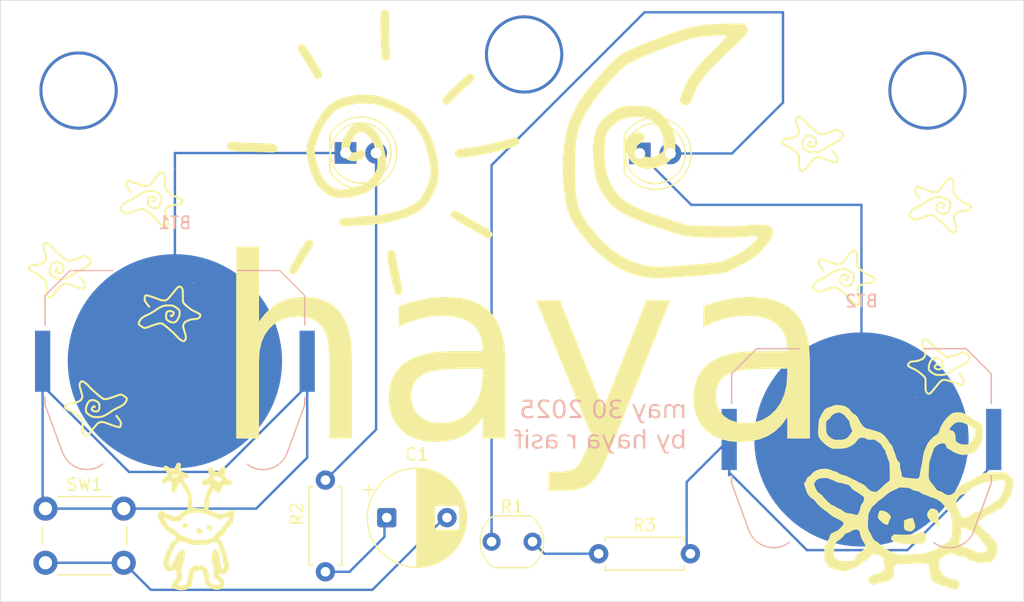
<source format=kicad_pcb>
(kicad_pcb (version 20241229) (generator "pcbnew") (generator_version "9.0")
  (layers (0 "F.Cu" signal) (2 "B.Cu" signal) (13 "F.Paste" user) (15 "B.Paste" user) (5 "F.SilkS" user "F.Silkscreen") (7 "B.SilkS" user "B.Silkscreen") (1 "F.Mask" user) (3 "B.Mask" user) (25 "Edge.Cuts" user))
  (net 0 "")
  (net 1 "Net-(BT1-+)")
  (net 2 "Net-(BT1--)")
  (net 3 "Net-(BT2-+)")
  (net 4 "Net-(BT2--)")
  (net 5 "Net-(C1-Pad1)")
  (net 6 "Net-(C1-Pad2)")
  (net 7 "Net-(D1-A)")
  (net 8 "Net-(D2-A)")
  (net 9 "Net-(R1-Pad2)")
  (footprint "LED_THT:LED_D5.0mm" (layer "F.Cu") (at 148.170062 90.691458)
    (property "Reference" "D1" (hide yes))
    (property "Value" "LED" (hide yes))
    (pad "1" thru_hole rect (at 0 0) (size 1.8 1.8) (drill 0.9) (layers "*.Cu" "*.Mask") (net 2 "Net-(BT1--)"))
    (pad "2" thru_hole circle (at 2.54 0) (size 1.8 1.8) (drill 0.9) (layers "*.Cu" "*.Mask") (net 7 "Net-(D1-A)"))
  )
  (footprint "Resistor_THT:R_Axial_DIN0207_L6.3mm_D2.5mm_P7.62mm_Horizontal" (layer "F.Cu") (at 146.5 125.5 90)
    (property "Reference" "R2" (at 4.81 -2.37 90) (layer "F.SilkS"))
    (property "Value" "R")
    (pad "1" thru_hole circle (at 0 0 90) (size 1.6 1.6) (drill 0.8) (layers "*.Cu" "*.Mask") (net 6 "Net-(C1-Pad2)"))
    (pad "2" thru_hole circle (at 7.62 0 90) (size 1.6 1.6) (drill 0.8) (layers "*.Cu" "*.Mask") (net 7 "Net-(D1-A)"))
  )
  (footprint "LOGO" (layer "F.Cu") (at 133.5 104)
    (property "Reference" "G***" (hide yes))
    (property "Value" "LOGO" (hide yes))
  )
  (footprint "LOGO" (layer "F.Cu") (at 174.5 91)
    (property "Reference" "G***" (hide yes))
    (property "Value" "LOGO" (hide yes))
  )
  (footprint "Button_Switch_THT:SW_PUSH_6mm" (layer "F.Cu") (at 123.25 120.25)
    (property "Reference" "SW1" (at 3.25 -2 0) (layer "F.SilkS"))
    (property "Value" "SW_Push")
    (pad "1" thru_hole circle (at 0 0 90) (size 2 2) (drill 1.1) (layers "*.Cu" "*.Mask") (net 1 "Net-(BT1-+)"))
    (pad "1" thru_hole circle (at 6.5 0 90) (size 2 2) (drill 1.1) (layers "*.Cu" "*.Mask") (net 1 "Net-(BT1-+)"))
    (pad "2" thru_hole circle (at 0 4.5 90) (size 2 2) (drill 1.1) (layers "*.Cu" "*.Mask") (net 5 "Net-(C1-Pad1)"))
    (pad "2" thru_hole circle (at 6.5 4.5 90) (size 2 2) (drill 1.1) (layers "*.Cu" "*.Mask") (net 5 "Net-(C1-Pad1)"))
  )
  (footprint "LOGO" (layer "F.Cu") (at 136 122)
    (property "Reference" "G***" (hide yes))
    (property "Value" "LOGO" (hide yes))
  )
  (footprint "LOGO" (layer "F.Cu") (at 150 91)
    (property "Reference" "G***" (hide yes))
    (property "Value" "LOGO" (hide yes))
  )
  (footprint "LOGO" (layer "F.Cu") (at 193.5 118)
    (property "Reference" "G***" (hide yes))
    (property "Value" "LOGO" (hide yes))
  )
  (footprint "LOGO" (layer "F.Cu") (at 189.5 101)
    (property "Reference" "G***" (hide yes))
    (property "Value" "LOGO" (hide yes))
  )
  (footprint "LOGO" (layer "F.Cu") (at 197.5 108.5 180)
    (property "Reference" "G***" (hide yes))
    (property "Value" "LOGO" (hide yes))
  )
  (footprint "LOGO" (layer "F.Cu") (at 124.5 100.5 180)
    (property "Reference" "G***" (hide yes))
    (property "Value" "LOGO" (hide yes))
  )
  (footprint "LOGO" (layer "F.Cu") (at 132 94.5)
    (property "Reference" "G***" (hide yes))
    (property "Value" "LOGO" (hide yes))
  )
  (footprint "OptoDevice:R_LDR_5.1x4.3mm_P3.4mm_Vertical" (layer "F.Cu") (at 160.3 123)
    (property "Reference" "R1" (at 1.7 -2.9 0) (layer "F.SilkS"))
    (property "Value" "R_Photo")
    (pad "1" thru_hole circle (at 0 0) (size 1.5 1.5) (drill 0.8) (layers "*.Cu" "*.Mask") (net 8 "Net-(D2-A)"))
    (pad "2" thru_hole circle (at 3.4 0) (size 1.5 1.5) (drill 0.8) (layers "*.Cu" "*.Mask") (net 9 "Net-(R1-Pad2)"))
  )
  (footprint "LED_THT:LED_D5.0mm" (layer "F.Cu") (at 172.60995 90.732664)
    (property "Reference" "D2" (hide yes))
    (property "Value" "LED" (hide yes))
    (pad "1" thru_hole rect (at 0 0) (size 1.8 1.8) (drill 0.9) (layers "*.Cu" "*.Mask") (net 4 "Net-(BT2--)"))
    (pad "2" thru_hole circle (at 2.54 0) (size 1.8 1.8) (drill 0.9) (layers "*.Cu" "*.Mask") (net 8 "Net-(D2-A)"))
  )
  (footprint "Capacitor_THT:CP_Radial_D8.0mm_P5.00mm" (layer "F.Cu") (at 151.597349 121)
    (property "Reference" "C1" (at 2.5 -5.25 0) (layer "F.SilkS"))
    (property "Value" "C")
    (pad "1" thru_hole roundrect (at 0 0) (size 1.6 1.6) (drill 0.8) (layers "*.Cu" "*.Mask") (roundrect_rratio 0.15625) (net 5 "Net-(C1-Pad1)"))
    (pad "2" thru_hole circle (at 5 0) (size 1.6 1.6) (drill 0.8) (layers "*.Cu" "*.Mask") (net 6 "Net-(C1-Pad2)"))
  )
  (footprint "Resistor_THT:R_Axial_DIN0207_L6.3mm_D2.5mm_P7.62mm_Horizontal" (layer "F.Cu") (at 169.19 124)
    (property "Reference" "R3" (at 3.81 -2.37 0) (layer "F.SilkS"))
    (property "Value" "R")
    (pad "1" thru_hole circle (at 0 0) (size 1.6 1.6) (drill 0.8) (layers "*.Cu" "*.Mask") (net 3 "Net-(BT2-+)"))
    (pad "2" thru_hole circle (at 7.62 0) (size 1.6 1.6) (drill 0.8) (layers "*.Cu" "*.Mask") (net 9 "Net-(R1-Pad2)"))
  )
  (footprint "LOGO" (layer "F.Cu") (at 187 90 180)
    (property "Reference" "G***" (hide yes))
    (property "Value" "LOGO" (hide yes))
  )
  (footprint "LOGO" (layer "F.Cu") (at 197.5 95)
    (property "Reference" "G***" (hide yes))
    (property "Value" "LOGO" (hide yes))
  )
  (footprint "LOGO" (layer "F.Cu") (at 127.5 112 180)
    (property "Reference" "G***" (hide yes))
    (property "Value" "LOGO" (hide yes))
  )
  (footprint "Battery:BatteryHolder_Keystone_3034_1x20mm" (layer "B.Cu") (at 134 108 180)
    (property "Reference" "BT1" (at 0 11.5 0) (layer "B.SilkS") (effects (justify mirror)))
    (property "Value" "Battery_Cell")
    (pad "1" smd rect (at -10.985 0 180) (size 1.27 5.08) (layers "B.Cu" "B.Mask" "B.Paste") (net 1 "Net-(BT1-+)"))
    (pad "1" smd rect (at 10.985 0 180) (size 1.27 5.08) (layers "B.Cu" "B.Mask" "B.Paste") (net 1 "Net-(BT1-+)"))
    (pad "2" smd circle (at 0 0 180) (size 17.8 17.8) (layers "B.Cu" "B.Mask") (net 2 "Net-(BT1--)"))
  )
  (footprint "Battery:BatteryHolder_Keystone_3034_1x20mm" (layer "B.Cu") (at 191.015 114.5 180)
    (property "Reference" "BT2" (at 0 11.5 0) (layer "B.SilkS") (effects (justify mirror)))
    (property "Value" "Battery_Cell")
    (pad "1" smd rect (at -10.985 0 180) (size 1.27 5.08) (layers "B.Cu" "B.Mask" "B.Paste") (net 3 "Net-(BT2-+)"))
    (pad "1" smd rect (at 10.985 0 180) (size 1.27 5.08) (layers "B.Cu" "B.Mask" "B.Paste") (net 3 "Net-(BT2-+)"))
    (pad "2" smd circle (at 0 0 180) (size 17.8 17.8) (layers "B.Cu" "B.Mask") (net 4 "Net-(BT2--)"))
  )
  (gr_rect (start 119.5 78) (end 204.5 128) (stroke (width 0.05)) (fill no) (layer "Edge.Cuts"))
  (gr_text "haya" (at 137.183288 116.975685 0) (layer "F.SilkS") (effects (font (size 15 15) (thickness 0.2)) (justify left bottom)))
  (gr_text "may 30 2025\nby haya r asif" (at 176.5 115.5 0) (layer "B.SilkS") (effects (font (size 1.5 1.5) (thickness 0.1)) (justify left bottom mirror)))
  (via (at 126 85.5) (size 6.5) (drill 6) (layers "F.Cu" "B.Cu") (net 0))
  (via (at 196.5 85.5) (size 6.5) (drill 6) (layers "F.Cu" "B.Cu") (net 0))
  (via (at 163 82.5) (size 6.5) (drill 6) (layers "F.Cu" "B.Cu") (net 0))
  (via (at 163 82.5) (size 6) (drill 0.3) (layers "F.Cu" "B.Cu") (net 0))
  (segment (start 137.811179 117.201) (end 130.188821 117.201) (width 0.2) (layer "B.Cu") (net 1))
  (segment (start 129.75 120.25) (end 140.75 120.25) (width 0.2) (layer "B.Cu") (net 1))
  (segment (start 123.015 110.027179) (end 123.015 108) (width 0.2) (layer "B.Cu") (net 1))
  (segment (start 123.015 120.015) (end 123.25 120.25) (width 0.2) (layer "B.Cu") (net 1))
  (segment (start 144.985 110.027179) (end 137.811179 117.201) (width 0.2) (layer "B.Cu") (net 1))
  (segment (start 123.015 108) (end 123.015 120.015) (width 0.2) (layer "B.Cu") (net 1))
  (segment (start 123.25 120.25) (end 129.75 120.25) (width 0.2) (layer "B.Cu") (net 1))
  (segment (start 144.985 116.015) (end 144.985 108) (width 0.2) (layer "B.Cu") (net 1))
  (segment (start 140.75 120.25) (end 144.985 116.015) (width 0.2) (layer "B.Cu") (net 1))
  (segment (start 144.985 108) (end 144.985 110.027179) (width 0.2) (layer "B.Cu") (net 1))
  (segment (start 129.75 120.25) (end 129.5 120.5) (width 0.2) (layer "B.Cu") (net 1))
  (segment (start 130.188821 117.201) (end 123.015 110.027179) (width 0.2) (layer "B.Cu") (net 1))
  (segment (start 134 90.691458) (end 134 108) (width 0.2) (layer "B.Cu") (net 2))
  (segment (start 148.170062 90.691458) (end 134 90.691458) (width 0.2) (layer "B.Cu") (net 2))
  (segment (start 194.826179 123.701) (end 186.491 123.701) (width 0.2) (layer "B.Cu") (net 3))
  (segment (start 202 114.5) (end 202 116.527179) (width 0.2) (layer "B.Cu") (net 3))
  (segment (start 186.491 123.701) (end 180.03 117.24) (width 0.2) (layer "B.Cu") (net 3))
  (segment (start 180.03 114.5) (end 180.03 117.47) (width 0.2) (layer "B.Cu") (net 3))
  (segment (start 180.03 114.5) (end 176.5 118.03) (width 0.2) (layer "B.Cu") (net 3))
  (segment (start 180.03 117.24) (end 180.03 114.5) (width 0.2) (layer "B.Cu") (net 3))
  (segment (start 176.5 118.03) (end 176.5 124) (width 0.2) (layer "B.Cu") (net 3))
  (segment (start 202 116.527179) (end 194.826179 123.701) (width 0.2) (layer "B.Cu") (net 3))
  (segment (start 191 95) (end 191.015 95.015) (width 0.2) (layer "B.Cu") (net 4))
  (segment (start 176.877286 95) (end 191 95) (width 0.2) (layer "B.Cu") (net 4))
  (segment (start 191.015 95.015) (end 191.015 114.5) (width 0.2) (layer "B.Cu") (net 4))
  (segment (start 172.60995 90.732664) (end 176.877286 95) (width 0.2) (layer "B.Cu") (net 4))
  (segment (start 123.25 124.75) (end 123.5 125) (width 0.2) (layer "B.Cu") (net 5))
  (segment (start 150.402651 127) (end 156.402651 121) (width 0.2) (layer "B.Cu") (net 5))
  (segment (start 132 127) (end 150.402651 127) (width 0.2) (layer "B.Cu") (net 5))
  (segment (start 123.25 124.75) (end 129.75 124.75) (width 0.2) (layer "B.Cu") (net 5))
  (segment (start 129.75 124.75) (end 132 127) (width 0.2) (layer "B.Cu") (net 5))
  (segment (start 148.5 125.5) (end 146.5 125.5) (width 0.2) (layer "B.Cu") (net 6))
  (segment (start 151.402651 122.597349) (end 148.5 125.5) (width 0.2) (layer "B.Cu") (net 6))
  (segment (start 151.402651 121) (end 151.402651 122.597349) (width 0.2) (layer "B.Cu") (net 6))
  (segment (start 150.710062 113.669938) (end 146.5 117.88) (width 0.2) (layer "B.Cu") (net 7))
  (segment (start 150.710062 90.691458) (end 150.710062 113.669938) (width 0.2) (layer "B.Cu") (net 7))
  (segment (start 175.14995 90.732664) (end 180.267336 90.732664) (width 0.2) (layer "B.Cu") (net 8))
  (segment (start 184.5 86.5) (end 184.5 79) (width 0.2) (layer "B.Cu") (net 8))
  (segment (start 184.5 79) (end 173 79) (width 0.2) (layer "B.Cu") (net 8))
  (segment (start 160.3 91.7) (end 160.3 123) (width 0.2) (layer "B.Cu") (net 8))
  (segment (start 173 79) (end 160.3 91.7) (width 0.2) (layer "B.Cu") (net 8))
  (segment (start 180.267336 90.732664) (end 184.5 86.5) (width 0.2) (layer "B.Cu") (net 8))
  (segment (start 164.7 124) (end 168.88 124) (width 0.2) (layer "B.Cu") (net 9))
  (segment (start 163.7 123) (end 164.7 124) (width 0.2) (layer "B.Cu") (net 9))
  (segment (start 164.2 122.5) (end 163.7 123) (width 0.2) (layer "B.Cu") (net 9))
)
</source>
